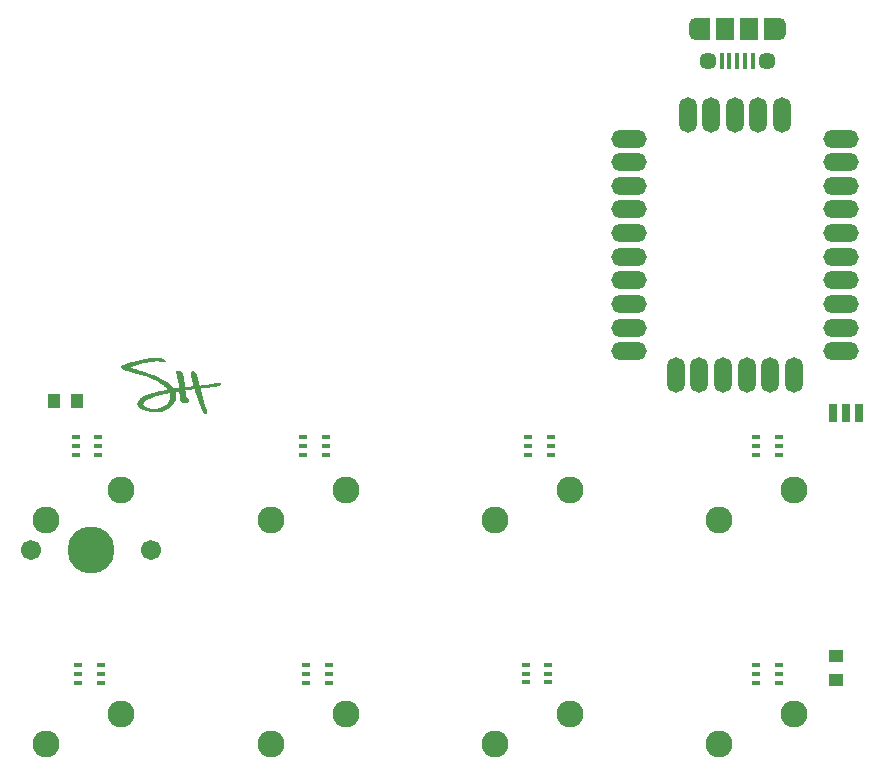
<source format=gbr>
G04 #@! TF.FileFunction,Soldermask,Top*
%FSLAX46Y46*%
G04 Gerber Fmt 4.6, Leading zero omitted, Abs format (unit mm)*
G04 Created by KiCad (PCBNEW 4.0.7) date 07/26/18 12:10:45*
%MOMM*%
%LPD*%
G01*
G04 APERTURE LIST*
%ADD10C,0.100000*%
%ADD11C,0.010000*%
%ADD12R,1.500000X1.900000*%
%ADD13C,1.450000*%
%ADD14R,0.400000X1.350000*%
%ADD15O,1.200000X1.900000*%
%ADD16R,1.200000X1.900000*%
%ADD17C,2.286000*%
%ADD18C,3.987800*%
%ADD19C,1.701800*%
%ADD20R,0.700000X0.350000*%
%ADD21O,3.000000X1.500000*%
%ADD22O,1.500000X3.000000*%
%ADD23R,1.000000X1.250000*%
%ADD24R,1.250000X1.000000*%
%ADD25R,0.750000X1.500000*%
G04 APERTURE END LIST*
D10*
D11*
G36*
X177601781Y-132081526D02*
X177654434Y-132110793D01*
X177695432Y-132134469D01*
X177727237Y-132154221D01*
X177752312Y-132171719D01*
X177773120Y-132188630D01*
X177792123Y-132206624D01*
X177802887Y-132217787D01*
X177818248Y-132236174D01*
X177834604Y-132258913D01*
X177849554Y-132282174D01*
X177860701Y-132302130D01*
X177865643Y-132314952D01*
X177865260Y-132317322D01*
X177857215Y-132316370D01*
X177837209Y-132312152D01*
X177808638Y-132305416D01*
X177787627Y-132300182D01*
X177694252Y-132279474D01*
X177589734Y-132261641D01*
X177478661Y-132247399D01*
X177402333Y-132240178D01*
X177342176Y-132236695D01*
X177269871Y-132234745D01*
X177189064Y-132234258D01*
X177103400Y-132235160D01*
X177016524Y-132237381D01*
X176932082Y-132240848D01*
X176853720Y-132245490D01*
X176785082Y-132251236D01*
X176772312Y-132252569D01*
X176521744Y-132285933D01*
X176262662Y-132332462D01*
X175995335Y-132392095D01*
X175720030Y-132464771D01*
X175437014Y-132550429D01*
X175385691Y-132567084D01*
X175318196Y-132589512D01*
X175248564Y-132613205D01*
X175178403Y-132637567D01*
X175109323Y-132662004D01*
X175042935Y-132685921D01*
X174980846Y-132708721D01*
X174924668Y-132729810D01*
X174876009Y-132748593D01*
X174836479Y-132764474D01*
X174807688Y-132776859D01*
X174791245Y-132785152D01*
X174787937Y-132788127D01*
X174790755Y-132790310D01*
X174799698Y-132794303D01*
X174815501Y-132800348D01*
X174838896Y-132808685D01*
X174870619Y-132819557D01*
X174911404Y-132833205D01*
X174961984Y-132849870D01*
X175023094Y-132869794D01*
X175095467Y-132893218D01*
X175179838Y-132920383D01*
X175276940Y-132951532D01*
X175387509Y-132986905D01*
X175512277Y-133026743D01*
X175549937Y-133038757D01*
X175705342Y-133088465D01*
X175846842Y-133134047D01*
X175975735Y-133175948D01*
X176093318Y-133214618D01*
X176200887Y-133250503D01*
X176299741Y-133284050D01*
X176391177Y-133315707D01*
X176476490Y-133345922D01*
X176556980Y-133375142D01*
X176633942Y-133403814D01*
X176708674Y-133432386D01*
X176782474Y-133461305D01*
X176829978Y-133480267D01*
X177052854Y-133573607D01*
X177260730Y-133668599D01*
X177454440Y-133765766D01*
X177634819Y-133865632D01*
X177802701Y-133968719D01*
X177958921Y-134075551D01*
X178104314Y-134186651D01*
X178239715Y-134302543D01*
X178365957Y-134423749D01*
X178413023Y-134472716D01*
X178442834Y-134504822D01*
X178471262Y-134536116D01*
X178495149Y-134563082D01*
X178511338Y-134582203D01*
X178511720Y-134582679D01*
X178538406Y-134616014D01*
X178601906Y-134611951D01*
X178634058Y-134608287D01*
X178676267Y-134601198D01*
X178723339Y-134591661D01*
X178770078Y-134580656D01*
X178775694Y-134579211D01*
X178835647Y-134564753D01*
X178893071Y-134553014D01*
X178945306Y-134544387D01*
X178989692Y-134539268D01*
X179023569Y-134538050D01*
X179040682Y-134539983D01*
X179059953Y-134544820D01*
X179054833Y-134466363D01*
X179046619Y-134359435D01*
X179035994Y-134256586D01*
X179022417Y-134154284D01*
X179005344Y-134048994D01*
X178984235Y-133937184D01*
X178958548Y-133815318D01*
X178947279Y-133764775D01*
X178923692Y-133659941D01*
X178903482Y-133569172D01*
X178886355Y-133491089D01*
X178872016Y-133424311D01*
X178860172Y-133367459D01*
X178850529Y-133319153D01*
X178842792Y-133278014D01*
X178839287Y-133258199D01*
X178832627Y-133219789D01*
X178829836Y-133193839D01*
X178833024Y-133177031D01*
X178844304Y-133166046D01*
X178865787Y-133157566D01*
X178899586Y-133148275D01*
X178911235Y-133145159D01*
X178986263Y-133131390D01*
X179056230Y-133131656D01*
X179120200Y-133145791D01*
X179177234Y-133173628D01*
X179209458Y-133198371D01*
X179243009Y-133232775D01*
X179273432Y-133273339D01*
X179300979Y-133321008D01*
X179325900Y-133376729D01*
X179348446Y-133441448D01*
X179368868Y-133516111D01*
X179387418Y-133601664D01*
X179404345Y-133699054D01*
X179419901Y-133809225D01*
X179434337Y-133933124D01*
X179447904Y-134071698D01*
X179451307Y-134110093D01*
X179456859Y-134173048D01*
X179462350Y-134233611D01*
X179467535Y-134289203D01*
X179472168Y-134337246D01*
X179476004Y-134375162D01*
X179478799Y-134400374D01*
X179479226Y-134403781D01*
X179482903Y-134433875D01*
X179485586Y-134459246D01*
X179486692Y-134474332D01*
X179487571Y-134479801D01*
X179491490Y-134483626D01*
X179500681Y-134485982D01*
X179517374Y-134487042D01*
X179543804Y-134486980D01*
X179582202Y-134485969D01*
X179619890Y-134484705D01*
X179747231Y-134476278D01*
X179872233Y-134460409D01*
X179879843Y-134459173D01*
X179965479Y-134446972D01*
X180050533Y-134439055D01*
X180142836Y-134434706D01*
X180149718Y-134434518D01*
X180292593Y-134430780D01*
X180291995Y-134361718D01*
X180291228Y-134336228D01*
X180289092Y-134310423D01*
X180285159Y-134282543D01*
X180279001Y-134250825D01*
X180270192Y-134213509D01*
X180258303Y-134168835D01*
X180242907Y-134115042D01*
X180223577Y-134050368D01*
X180199885Y-133973053D01*
X180189477Y-133939437D01*
X180154890Y-133825415D01*
X180126148Y-133725034D01*
X180102995Y-133637281D01*
X180085172Y-133561141D01*
X180072422Y-133495602D01*
X180066415Y-133455787D01*
X180060675Y-133378287D01*
X180065032Y-133312633D01*
X180079435Y-133258946D01*
X180103837Y-133217346D01*
X180138187Y-133187953D01*
X180182436Y-133170888D01*
X180183496Y-133170657D01*
X180231552Y-133166721D01*
X180277216Y-133176377D01*
X180320975Y-133200029D01*
X180363314Y-133238080D01*
X180404718Y-133290937D01*
X180445674Y-133359002D01*
X180471836Y-133410650D01*
X180502550Y-133480357D01*
X180532201Y-133558979D01*
X180561151Y-133647751D01*
X180589762Y-133747910D01*
X180618396Y-133860693D01*
X180647416Y-133987335D01*
X180665337Y-134071321D01*
X180676742Y-134126001D01*
X180687899Y-134179319D01*
X180698110Y-134227965D01*
X180706681Y-134268626D01*
X180712916Y-134297991D01*
X180714159Y-134303787D01*
X180726808Y-134362542D01*
X180867962Y-134357243D01*
X180948458Y-134353433D01*
X181028046Y-134347945D01*
X181108566Y-134340512D01*
X181191860Y-134330861D01*
X181279767Y-134318725D01*
X181374129Y-134303832D01*
X181476785Y-134285913D01*
X181589578Y-134264699D01*
X181714346Y-134239918D01*
X181828500Y-134216411D01*
X181961014Y-134189216D01*
X182079451Y-134165855D01*
X182183584Y-134146368D01*
X182273183Y-134130794D01*
X182348019Y-134119176D01*
X182407863Y-134111552D01*
X182434526Y-134109060D01*
X182501012Y-134103950D01*
X182506089Y-134131010D01*
X182506283Y-134164086D01*
X182496917Y-134208229D01*
X182478312Y-134262082D01*
X182470627Y-134280750D01*
X182460484Y-134304392D01*
X182453081Y-134321326D01*
X182450385Y-134327157D01*
X182441954Y-134329360D01*
X182419058Y-134333296D01*
X182382995Y-134338800D01*
X182335062Y-134345705D01*
X182276554Y-134353845D01*
X182208769Y-134363054D01*
X182133003Y-134373166D01*
X182050553Y-134384013D01*
X181962716Y-134395429D01*
X181870788Y-134407249D01*
X181776066Y-134419305D01*
X181679846Y-134431432D01*
X181583426Y-134443463D01*
X181488102Y-134455232D01*
X181395171Y-134466571D01*
X181305929Y-134477316D01*
X181221674Y-134487300D01*
X181143701Y-134496355D01*
X181073307Y-134504317D01*
X181046750Y-134507247D01*
X180984130Y-134514154D01*
X180926744Y-134520597D01*
X180876445Y-134526359D01*
X180835091Y-134531222D01*
X180804536Y-134534969D01*
X180786635Y-134537383D01*
X180782635Y-134538156D01*
X180784309Y-134546025D01*
X180790327Y-134566567D01*
X180799949Y-134597416D01*
X180812438Y-134636206D01*
X180827054Y-134680571D01*
X180827679Y-134682448D01*
X180847259Y-134742689D01*
X180866060Y-134803807D01*
X180884571Y-134867691D01*
X180903285Y-134936229D01*
X180922691Y-135011308D01*
X180943281Y-135094817D01*
X180965544Y-135188644D01*
X180989973Y-135294678D01*
X181011050Y-135387982D01*
X181031698Y-135479792D01*
X181049464Y-135558156D01*
X181064851Y-135625137D01*
X181078364Y-135682800D01*
X181090507Y-135733208D01*
X181101786Y-135778424D01*
X181112703Y-135820511D01*
X181123765Y-135861534D01*
X181135476Y-135903555D01*
X181146906Y-135943656D01*
X181166699Y-136010288D01*
X181184707Y-136065184D01*
X181202450Y-136112136D01*
X181221442Y-136154935D01*
X181243200Y-136197375D01*
X181261181Y-136229406D01*
X181295182Y-136289616D01*
X181321405Y-136339218D01*
X181341029Y-136380710D01*
X181355236Y-136416589D01*
X181365205Y-136449352D01*
X181365308Y-136449750D01*
X181372700Y-136492826D01*
X181373841Y-136536256D01*
X181369303Y-136576751D01*
X181359663Y-136611025D01*
X181345492Y-136635791D01*
X181330915Y-136646691D01*
X181299034Y-136652817D01*
X181258732Y-136651740D01*
X181215601Y-136643714D01*
X181206320Y-136641051D01*
X181169959Y-136623260D01*
X181132408Y-136593248D01*
X181096798Y-136554070D01*
X181066258Y-136508783D01*
X181060996Y-136499188D01*
X181048177Y-136472949D01*
X181031803Y-136436643D01*
X181013967Y-136395038D01*
X180996763Y-136352905D01*
X180996540Y-136352344D01*
X180979386Y-136309617D01*
X180958170Y-136257599D01*
X180935073Y-136201596D01*
X180912278Y-136146914D01*
X180901595Y-136121534D01*
X180861368Y-136023662D01*
X180817380Y-135911500D01*
X180769544Y-135784819D01*
X180717777Y-135643394D01*
X180661994Y-135486997D01*
X180629466Y-135394217D01*
X180585775Y-135268977D01*
X180546939Y-135157832D01*
X180512633Y-135059867D01*
X180482538Y-134974170D01*
X180456330Y-134899827D01*
X180433687Y-134835925D01*
X180414287Y-134781550D01*
X180397808Y-134735789D01*
X180383927Y-134697730D01*
X180380907Y-134689531D01*
X180345737Y-134594281D01*
X180307259Y-134595618D01*
X180288284Y-134596934D01*
X180255728Y-134599921D01*
X180211771Y-134604334D01*
X180158589Y-134609924D01*
X180098362Y-134616445D01*
X180033267Y-134623650D01*
X179965484Y-134631293D01*
X179897189Y-134639127D01*
X179830562Y-134646904D01*
X179767781Y-134654378D01*
X179711023Y-134661302D01*
X179662468Y-134667429D01*
X179624293Y-134672513D01*
X179607984Y-134674854D01*
X179518687Y-134688223D01*
X179518687Y-134733342D01*
X179520066Y-134756121D01*
X179523886Y-134790904D01*
X179529672Y-134834092D01*
X179536951Y-134882086D01*
X179543356Y-134920528D01*
X179555153Y-134993899D01*
X179563133Y-135057684D01*
X179567885Y-135117545D01*
X179569952Y-135176218D01*
X179571120Y-135223827D01*
X179572927Y-135257923D01*
X179575638Y-135280867D01*
X179579515Y-135295015D01*
X179583982Y-135301946D01*
X179594843Y-135310737D01*
X179616070Y-135326295D01*
X179644817Y-135346587D01*
X179678239Y-135369580D01*
X179686042Y-135374870D01*
X179733967Y-135408983D01*
X179769599Y-135438992D01*
X179795038Y-135467497D01*
X179812382Y-135497094D01*
X179823730Y-135530383D01*
X179828093Y-135550750D01*
X179832772Y-135608621D01*
X179824130Y-135657885D01*
X179802171Y-135698523D01*
X179792502Y-135709529D01*
X179761272Y-135737242D01*
X179728235Y-135756655D01*
X179689897Y-135768929D01*
X179642767Y-135775223D01*
X179590125Y-135776734D01*
X179542818Y-135775622D01*
X179499485Y-135772066D01*
X179456331Y-135765343D01*
X179409563Y-135754735D01*
X179355389Y-135739519D01*
X179295540Y-135720766D01*
X179210303Y-135693210D01*
X179198325Y-135639839D01*
X179181141Y-135557270D01*
X179163872Y-135463085D01*
X179147212Y-135361523D01*
X179131856Y-135256824D01*
X179118497Y-135153227D01*
X179118102Y-135149906D01*
X179114188Y-135115360D01*
X179109622Y-135072570D01*
X179104679Y-135024375D01*
X179099630Y-134973613D01*
X179094748Y-134923123D01*
X179090305Y-134875744D01*
X179086576Y-134834316D01*
X179083831Y-134801676D01*
X179082344Y-134780664D01*
X179082157Y-134775644D01*
X179076469Y-134772077D01*
X179058601Y-134773018D01*
X179027286Y-134778576D01*
X179013384Y-134781530D01*
X178989560Y-134787064D01*
X178956320Y-134795234D01*
X178916338Y-134805336D01*
X178872290Y-134816665D01*
X178826850Y-134828518D01*
X178782696Y-134840192D01*
X178742500Y-134850982D01*
X178708940Y-134860184D01*
X178684689Y-134867096D01*
X178672424Y-134871012D01*
X178671510Y-134871468D01*
X178673497Y-134878992D01*
X178680400Y-134897523D01*
X178690865Y-134923485D01*
X178694259Y-134931621D01*
X178725965Y-135027114D01*
X178744042Y-135129208D01*
X178748485Y-135236350D01*
X178739287Y-135346991D01*
X178716444Y-135459581D01*
X178696407Y-135526767D01*
X178645640Y-135654675D01*
X178580874Y-135778186D01*
X178503552Y-135895404D01*
X178415119Y-136004434D01*
X178317020Y-136103381D01*
X178210699Y-136190350D01*
X178167629Y-136220405D01*
X178028256Y-136303618D01*
X177880127Y-136373645D01*
X177723355Y-136430467D01*
X177558052Y-136474063D01*
X177384329Y-136504415D01*
X177202300Y-136521503D01*
X177012077Y-136525309D01*
X176813771Y-136515812D01*
X176607496Y-136492993D01*
X176593718Y-136491035D01*
X176421689Y-136462165D01*
X176264323Y-136427234D01*
X176121608Y-136386239D01*
X175993535Y-136339176D01*
X175924574Y-136308437D01*
X175847257Y-136269437D01*
X175782124Y-136231978D01*
X175725908Y-136193947D01*
X175675345Y-136153229D01*
X175651973Y-136131968D01*
X175606157Y-136084586D01*
X175572826Y-136039788D01*
X175549765Y-135994174D01*
X175537689Y-135956659D01*
X175533356Y-135937921D01*
X175964114Y-135937921D01*
X175971085Y-135974101D01*
X175986875Y-136006992D01*
X176013269Y-136040585D01*
X176042829Y-136070277D01*
X176094675Y-136111554D01*
X176160419Y-136151469D01*
X176238096Y-136189359D01*
X176325745Y-136224560D01*
X176421401Y-136256411D01*
X176523103Y-136284249D01*
X176628888Y-136307410D01*
X176736792Y-136325232D01*
X176828956Y-136335710D01*
X176888485Y-136340426D01*
X176937848Y-136342767D01*
X176982578Y-136342743D01*
X177028203Y-136340365D01*
X177075080Y-136336172D01*
X177208172Y-136316317D01*
X177339600Y-136284392D01*
X177468099Y-136241285D01*
X177592406Y-136187884D01*
X177711255Y-136125077D01*
X177823382Y-136053752D01*
X177927522Y-135974796D01*
X178022412Y-135889097D01*
X178106785Y-135797543D01*
X178179378Y-135701021D01*
X178238927Y-135600420D01*
X178284166Y-135496628D01*
X178288460Y-135484332D01*
X178308660Y-135417745D01*
X178321416Y-135356148D01*
X178327892Y-135292372D01*
X178329329Y-135232359D01*
X178321321Y-135126091D01*
X178297668Y-135022459D01*
X178272454Y-134953000D01*
X178257719Y-134918134D01*
X178247284Y-134895732D01*
X178239207Y-134883663D01*
X178231548Y-134879795D01*
X178222368Y-134881994D01*
X178212271Y-134886865D01*
X178194124Y-134893884D01*
X178165525Y-134902714D01*
X178131543Y-134911834D01*
X178117718Y-134915191D01*
X177968290Y-134950357D01*
X177833226Y-134982303D01*
X177711417Y-135011348D01*
X177601750Y-135037811D01*
X177503115Y-135062011D01*
X177414402Y-135084267D01*
X177334498Y-135104896D01*
X177262294Y-135124219D01*
X177196679Y-135142554D01*
X177136541Y-135160219D01*
X177080770Y-135177534D01*
X177028255Y-135194816D01*
X176977885Y-135212386D01*
X176928549Y-135230562D01*
X176879135Y-135249663D01*
X176828535Y-135270006D01*
X176775635Y-135291912D01*
X176719326Y-135315699D01*
X176713675Y-135318104D01*
X176579852Y-135376976D01*
X176461023Y-135433306D01*
X176356572Y-135487447D01*
X176265883Y-135539754D01*
X176188341Y-135590580D01*
X176123332Y-135640278D01*
X176073812Y-135685560D01*
X176028262Y-135736286D01*
X175995973Y-135783901D01*
X175975476Y-135831205D01*
X175965299Y-135881001D01*
X175964177Y-135894463D01*
X175964114Y-135937921D01*
X175533356Y-135937921D01*
X175531349Y-135929244D01*
X175528898Y-135907394D01*
X175530311Y-135884610D01*
X175535567Y-135854395D01*
X175537299Y-135845798D01*
X175555651Y-135782298D01*
X175585229Y-135713038D01*
X175624213Y-135641307D01*
X175670786Y-135570394D01*
X175723129Y-135503587D01*
X175732451Y-135492896D01*
X175783873Y-135442085D01*
X175849127Y-135389478D01*
X175926438Y-135336173D01*
X176014030Y-135283267D01*
X176110125Y-135231858D01*
X176212948Y-135183043D01*
X176281582Y-135153621D01*
X176349074Y-135126793D01*
X176418758Y-135101011D01*
X176491840Y-135075959D01*
X176569521Y-135051321D01*
X176653008Y-135026781D01*
X176743503Y-135002022D01*
X176842211Y-134976726D01*
X176950336Y-134950579D01*
X177069083Y-134923263D01*
X177199654Y-134894462D01*
X177343255Y-134863859D01*
X177501090Y-134831138D01*
X177534312Y-134824344D01*
X177642775Y-134802036D01*
X177743765Y-134780919D01*
X177835983Y-134761277D01*
X177918133Y-134743392D01*
X177988916Y-134727549D01*
X178047035Y-134714030D01*
X178091192Y-134703119D01*
X178100209Y-134700750D01*
X178130325Y-134692699D01*
X178104240Y-134659365D01*
X178081503Y-134632426D01*
X178049308Y-134597196D01*
X178009997Y-134556002D01*
X177965909Y-134511175D01*
X177919386Y-134465043D01*
X177872769Y-134419937D01*
X177828397Y-134378184D01*
X177788613Y-134342116D01*
X177764500Y-134321289D01*
X177579732Y-134176124D01*
X177381772Y-134039567D01*
X177170842Y-133911737D01*
X176947165Y-133792754D01*
X176710962Y-133682739D01*
X176462458Y-133581809D01*
X176244468Y-133504171D01*
X176180612Y-133483075D01*
X176119783Y-133463628D01*
X176059728Y-133445202D01*
X175998192Y-133427169D01*
X175932921Y-133408903D01*
X175861661Y-133389773D01*
X175782158Y-133369154D01*
X175692158Y-133346416D01*
X175589406Y-133320932D01*
X175565812Y-133315127D01*
X175456804Y-133288177D01*
X175360975Y-133264095D01*
X175276017Y-133242244D01*
X175199627Y-133221988D01*
X175129498Y-133202690D01*
X175063325Y-133183715D01*
X174998803Y-133164425D01*
X174933625Y-133144184D01*
X174865487Y-133122357D01*
X174854466Y-133118775D01*
X174800028Y-133101244D01*
X174744071Y-133083553D01*
X174690762Y-133066997D01*
X174644270Y-133052871D01*
X174609343Y-133042634D01*
X174512105Y-133013898D01*
X174429483Y-132986808D01*
X174360382Y-132960739D01*
X174303708Y-132935063D01*
X174258365Y-132909155D01*
X174223259Y-132882389D01*
X174197294Y-132854138D01*
X174179375Y-132823776D01*
X174168408Y-132790678D01*
X174168366Y-132790490D01*
X174165293Y-132750166D01*
X174176442Y-132715592D01*
X174196475Y-132689928D01*
X174226204Y-132666204D01*
X174269927Y-132639915D01*
X174326097Y-132611736D01*
X174393167Y-132582343D01*
X174469591Y-132552410D01*
X174553821Y-132522615D01*
X174644312Y-132493631D01*
X174649834Y-132491955D01*
X174707619Y-132474922D01*
X174778626Y-132454741D01*
X174860645Y-132431987D01*
X174951465Y-132407237D01*
X175048877Y-132381069D01*
X175150671Y-132354060D01*
X175254637Y-132326785D01*
X175358565Y-132299823D01*
X175460245Y-132273751D01*
X175557468Y-132249144D01*
X175648022Y-132226580D01*
X175729699Y-132206637D01*
X175800289Y-132189890D01*
X175851562Y-132178237D01*
X176072209Y-132132443D01*
X176282665Y-132094832D01*
X176486117Y-132065033D01*
X176685748Y-132042679D01*
X176884745Y-132027401D01*
X177086292Y-132018831D01*
X177248562Y-132016562D01*
X177482718Y-132016034D01*
X177601781Y-132081526D01*
X177601781Y-132081526D01*
G37*
X177601781Y-132081526D02*
X177654434Y-132110793D01*
X177695432Y-132134469D01*
X177727237Y-132154221D01*
X177752312Y-132171719D01*
X177773120Y-132188630D01*
X177792123Y-132206624D01*
X177802887Y-132217787D01*
X177818248Y-132236174D01*
X177834604Y-132258913D01*
X177849554Y-132282174D01*
X177860701Y-132302130D01*
X177865643Y-132314952D01*
X177865260Y-132317322D01*
X177857215Y-132316370D01*
X177837209Y-132312152D01*
X177808638Y-132305416D01*
X177787627Y-132300182D01*
X177694252Y-132279474D01*
X177589734Y-132261641D01*
X177478661Y-132247399D01*
X177402333Y-132240178D01*
X177342176Y-132236695D01*
X177269871Y-132234745D01*
X177189064Y-132234258D01*
X177103400Y-132235160D01*
X177016524Y-132237381D01*
X176932082Y-132240848D01*
X176853720Y-132245490D01*
X176785082Y-132251236D01*
X176772312Y-132252569D01*
X176521744Y-132285933D01*
X176262662Y-132332462D01*
X175995335Y-132392095D01*
X175720030Y-132464771D01*
X175437014Y-132550429D01*
X175385691Y-132567084D01*
X175318196Y-132589512D01*
X175248564Y-132613205D01*
X175178403Y-132637567D01*
X175109323Y-132662004D01*
X175042935Y-132685921D01*
X174980846Y-132708721D01*
X174924668Y-132729810D01*
X174876009Y-132748593D01*
X174836479Y-132764474D01*
X174807688Y-132776859D01*
X174791245Y-132785152D01*
X174787937Y-132788127D01*
X174790755Y-132790310D01*
X174799698Y-132794303D01*
X174815501Y-132800348D01*
X174838896Y-132808685D01*
X174870619Y-132819557D01*
X174911404Y-132833205D01*
X174961984Y-132849870D01*
X175023094Y-132869794D01*
X175095467Y-132893218D01*
X175179838Y-132920383D01*
X175276940Y-132951532D01*
X175387509Y-132986905D01*
X175512277Y-133026743D01*
X175549937Y-133038757D01*
X175705342Y-133088465D01*
X175846842Y-133134047D01*
X175975735Y-133175948D01*
X176093318Y-133214618D01*
X176200887Y-133250503D01*
X176299741Y-133284050D01*
X176391177Y-133315707D01*
X176476490Y-133345922D01*
X176556980Y-133375142D01*
X176633942Y-133403814D01*
X176708674Y-133432386D01*
X176782474Y-133461305D01*
X176829978Y-133480267D01*
X177052854Y-133573607D01*
X177260730Y-133668599D01*
X177454440Y-133765766D01*
X177634819Y-133865632D01*
X177802701Y-133968719D01*
X177958921Y-134075551D01*
X178104314Y-134186651D01*
X178239715Y-134302543D01*
X178365957Y-134423749D01*
X178413023Y-134472716D01*
X178442834Y-134504822D01*
X178471262Y-134536116D01*
X178495149Y-134563082D01*
X178511338Y-134582203D01*
X178511720Y-134582679D01*
X178538406Y-134616014D01*
X178601906Y-134611951D01*
X178634058Y-134608287D01*
X178676267Y-134601198D01*
X178723339Y-134591661D01*
X178770078Y-134580656D01*
X178775694Y-134579211D01*
X178835647Y-134564753D01*
X178893071Y-134553014D01*
X178945306Y-134544387D01*
X178989692Y-134539268D01*
X179023569Y-134538050D01*
X179040682Y-134539983D01*
X179059953Y-134544820D01*
X179054833Y-134466363D01*
X179046619Y-134359435D01*
X179035994Y-134256586D01*
X179022417Y-134154284D01*
X179005344Y-134048994D01*
X178984235Y-133937184D01*
X178958548Y-133815318D01*
X178947279Y-133764775D01*
X178923692Y-133659941D01*
X178903482Y-133569172D01*
X178886355Y-133491089D01*
X178872016Y-133424311D01*
X178860172Y-133367459D01*
X178850529Y-133319153D01*
X178842792Y-133278014D01*
X178839287Y-133258199D01*
X178832627Y-133219789D01*
X178829836Y-133193839D01*
X178833024Y-133177031D01*
X178844304Y-133166046D01*
X178865787Y-133157566D01*
X178899586Y-133148275D01*
X178911235Y-133145159D01*
X178986263Y-133131390D01*
X179056230Y-133131656D01*
X179120200Y-133145791D01*
X179177234Y-133173628D01*
X179209458Y-133198371D01*
X179243009Y-133232775D01*
X179273432Y-133273339D01*
X179300979Y-133321008D01*
X179325900Y-133376729D01*
X179348446Y-133441448D01*
X179368868Y-133516111D01*
X179387418Y-133601664D01*
X179404345Y-133699054D01*
X179419901Y-133809225D01*
X179434337Y-133933124D01*
X179447904Y-134071698D01*
X179451307Y-134110093D01*
X179456859Y-134173048D01*
X179462350Y-134233611D01*
X179467535Y-134289203D01*
X179472168Y-134337246D01*
X179476004Y-134375162D01*
X179478799Y-134400374D01*
X179479226Y-134403781D01*
X179482903Y-134433875D01*
X179485586Y-134459246D01*
X179486692Y-134474332D01*
X179487571Y-134479801D01*
X179491490Y-134483626D01*
X179500681Y-134485982D01*
X179517374Y-134487042D01*
X179543804Y-134486980D01*
X179582202Y-134485969D01*
X179619890Y-134484705D01*
X179747231Y-134476278D01*
X179872233Y-134460409D01*
X179879843Y-134459173D01*
X179965479Y-134446972D01*
X180050533Y-134439055D01*
X180142836Y-134434706D01*
X180149718Y-134434518D01*
X180292593Y-134430780D01*
X180291995Y-134361718D01*
X180291228Y-134336228D01*
X180289092Y-134310423D01*
X180285159Y-134282543D01*
X180279001Y-134250825D01*
X180270192Y-134213509D01*
X180258303Y-134168835D01*
X180242907Y-134115042D01*
X180223577Y-134050368D01*
X180199885Y-133973053D01*
X180189477Y-133939437D01*
X180154890Y-133825415D01*
X180126148Y-133725034D01*
X180102995Y-133637281D01*
X180085172Y-133561141D01*
X180072422Y-133495602D01*
X180066415Y-133455787D01*
X180060675Y-133378287D01*
X180065032Y-133312633D01*
X180079435Y-133258946D01*
X180103837Y-133217346D01*
X180138187Y-133187953D01*
X180182436Y-133170888D01*
X180183496Y-133170657D01*
X180231552Y-133166721D01*
X180277216Y-133176377D01*
X180320975Y-133200029D01*
X180363314Y-133238080D01*
X180404718Y-133290937D01*
X180445674Y-133359002D01*
X180471836Y-133410650D01*
X180502550Y-133480357D01*
X180532201Y-133558979D01*
X180561151Y-133647751D01*
X180589762Y-133747910D01*
X180618396Y-133860693D01*
X180647416Y-133987335D01*
X180665337Y-134071321D01*
X180676742Y-134126001D01*
X180687899Y-134179319D01*
X180698110Y-134227965D01*
X180706681Y-134268626D01*
X180712916Y-134297991D01*
X180714159Y-134303787D01*
X180726808Y-134362542D01*
X180867962Y-134357243D01*
X180948458Y-134353433D01*
X181028046Y-134347945D01*
X181108566Y-134340512D01*
X181191860Y-134330861D01*
X181279767Y-134318725D01*
X181374129Y-134303832D01*
X181476785Y-134285913D01*
X181589578Y-134264699D01*
X181714346Y-134239918D01*
X181828500Y-134216411D01*
X181961014Y-134189216D01*
X182079451Y-134165855D01*
X182183584Y-134146368D01*
X182273183Y-134130794D01*
X182348019Y-134119176D01*
X182407863Y-134111552D01*
X182434526Y-134109060D01*
X182501012Y-134103950D01*
X182506089Y-134131010D01*
X182506283Y-134164086D01*
X182496917Y-134208229D01*
X182478312Y-134262082D01*
X182470627Y-134280750D01*
X182460484Y-134304392D01*
X182453081Y-134321326D01*
X182450385Y-134327157D01*
X182441954Y-134329360D01*
X182419058Y-134333296D01*
X182382995Y-134338800D01*
X182335062Y-134345705D01*
X182276554Y-134353845D01*
X182208769Y-134363054D01*
X182133003Y-134373166D01*
X182050553Y-134384013D01*
X181962716Y-134395429D01*
X181870788Y-134407249D01*
X181776066Y-134419305D01*
X181679846Y-134431432D01*
X181583426Y-134443463D01*
X181488102Y-134455232D01*
X181395171Y-134466571D01*
X181305929Y-134477316D01*
X181221674Y-134487300D01*
X181143701Y-134496355D01*
X181073307Y-134504317D01*
X181046750Y-134507247D01*
X180984130Y-134514154D01*
X180926744Y-134520597D01*
X180876445Y-134526359D01*
X180835091Y-134531222D01*
X180804536Y-134534969D01*
X180786635Y-134537383D01*
X180782635Y-134538156D01*
X180784309Y-134546025D01*
X180790327Y-134566567D01*
X180799949Y-134597416D01*
X180812438Y-134636206D01*
X180827054Y-134680571D01*
X180827679Y-134682448D01*
X180847259Y-134742689D01*
X180866060Y-134803807D01*
X180884571Y-134867691D01*
X180903285Y-134936229D01*
X180922691Y-135011308D01*
X180943281Y-135094817D01*
X180965544Y-135188644D01*
X180989973Y-135294678D01*
X181011050Y-135387982D01*
X181031698Y-135479792D01*
X181049464Y-135558156D01*
X181064851Y-135625137D01*
X181078364Y-135682800D01*
X181090507Y-135733208D01*
X181101786Y-135778424D01*
X181112703Y-135820511D01*
X181123765Y-135861534D01*
X181135476Y-135903555D01*
X181146906Y-135943656D01*
X181166699Y-136010288D01*
X181184707Y-136065184D01*
X181202450Y-136112136D01*
X181221442Y-136154935D01*
X181243200Y-136197375D01*
X181261181Y-136229406D01*
X181295182Y-136289616D01*
X181321405Y-136339218D01*
X181341029Y-136380710D01*
X181355236Y-136416589D01*
X181365205Y-136449352D01*
X181365308Y-136449750D01*
X181372700Y-136492826D01*
X181373841Y-136536256D01*
X181369303Y-136576751D01*
X181359663Y-136611025D01*
X181345492Y-136635791D01*
X181330915Y-136646691D01*
X181299034Y-136652817D01*
X181258732Y-136651740D01*
X181215601Y-136643714D01*
X181206320Y-136641051D01*
X181169959Y-136623260D01*
X181132408Y-136593248D01*
X181096798Y-136554070D01*
X181066258Y-136508783D01*
X181060996Y-136499188D01*
X181048177Y-136472949D01*
X181031803Y-136436643D01*
X181013967Y-136395038D01*
X180996763Y-136352905D01*
X180996540Y-136352344D01*
X180979386Y-136309617D01*
X180958170Y-136257599D01*
X180935073Y-136201596D01*
X180912278Y-136146914D01*
X180901595Y-136121534D01*
X180861368Y-136023662D01*
X180817380Y-135911500D01*
X180769544Y-135784819D01*
X180717777Y-135643394D01*
X180661994Y-135486997D01*
X180629466Y-135394217D01*
X180585775Y-135268977D01*
X180546939Y-135157832D01*
X180512633Y-135059867D01*
X180482538Y-134974170D01*
X180456330Y-134899827D01*
X180433687Y-134835925D01*
X180414287Y-134781550D01*
X180397808Y-134735789D01*
X180383927Y-134697730D01*
X180380907Y-134689531D01*
X180345737Y-134594281D01*
X180307259Y-134595618D01*
X180288284Y-134596934D01*
X180255728Y-134599921D01*
X180211771Y-134604334D01*
X180158589Y-134609924D01*
X180098362Y-134616445D01*
X180033267Y-134623650D01*
X179965484Y-134631293D01*
X179897189Y-134639127D01*
X179830562Y-134646904D01*
X179767781Y-134654378D01*
X179711023Y-134661302D01*
X179662468Y-134667429D01*
X179624293Y-134672513D01*
X179607984Y-134674854D01*
X179518687Y-134688223D01*
X179518687Y-134733342D01*
X179520066Y-134756121D01*
X179523886Y-134790904D01*
X179529672Y-134834092D01*
X179536951Y-134882086D01*
X179543356Y-134920528D01*
X179555153Y-134993899D01*
X179563133Y-135057684D01*
X179567885Y-135117545D01*
X179569952Y-135176218D01*
X179571120Y-135223827D01*
X179572927Y-135257923D01*
X179575638Y-135280867D01*
X179579515Y-135295015D01*
X179583982Y-135301946D01*
X179594843Y-135310737D01*
X179616070Y-135326295D01*
X179644817Y-135346587D01*
X179678239Y-135369580D01*
X179686042Y-135374870D01*
X179733967Y-135408983D01*
X179769599Y-135438992D01*
X179795038Y-135467497D01*
X179812382Y-135497094D01*
X179823730Y-135530383D01*
X179828093Y-135550750D01*
X179832772Y-135608621D01*
X179824130Y-135657885D01*
X179802171Y-135698523D01*
X179792502Y-135709529D01*
X179761272Y-135737242D01*
X179728235Y-135756655D01*
X179689897Y-135768929D01*
X179642767Y-135775223D01*
X179590125Y-135776734D01*
X179542818Y-135775622D01*
X179499485Y-135772066D01*
X179456331Y-135765343D01*
X179409563Y-135754735D01*
X179355389Y-135739519D01*
X179295540Y-135720766D01*
X179210303Y-135693210D01*
X179198325Y-135639839D01*
X179181141Y-135557270D01*
X179163872Y-135463085D01*
X179147212Y-135361523D01*
X179131856Y-135256824D01*
X179118497Y-135153227D01*
X179118102Y-135149906D01*
X179114188Y-135115360D01*
X179109622Y-135072570D01*
X179104679Y-135024375D01*
X179099630Y-134973613D01*
X179094748Y-134923123D01*
X179090305Y-134875744D01*
X179086576Y-134834316D01*
X179083831Y-134801676D01*
X179082344Y-134780664D01*
X179082157Y-134775644D01*
X179076469Y-134772077D01*
X179058601Y-134773018D01*
X179027286Y-134778576D01*
X179013384Y-134781530D01*
X178989560Y-134787064D01*
X178956320Y-134795234D01*
X178916338Y-134805336D01*
X178872290Y-134816665D01*
X178826850Y-134828518D01*
X178782696Y-134840192D01*
X178742500Y-134850982D01*
X178708940Y-134860184D01*
X178684689Y-134867096D01*
X178672424Y-134871012D01*
X178671510Y-134871468D01*
X178673497Y-134878992D01*
X178680400Y-134897523D01*
X178690865Y-134923485D01*
X178694259Y-134931621D01*
X178725965Y-135027114D01*
X178744042Y-135129208D01*
X178748485Y-135236350D01*
X178739287Y-135346991D01*
X178716444Y-135459581D01*
X178696407Y-135526767D01*
X178645640Y-135654675D01*
X178580874Y-135778186D01*
X178503552Y-135895404D01*
X178415119Y-136004434D01*
X178317020Y-136103381D01*
X178210699Y-136190350D01*
X178167629Y-136220405D01*
X178028256Y-136303618D01*
X177880127Y-136373645D01*
X177723355Y-136430467D01*
X177558052Y-136474063D01*
X177384329Y-136504415D01*
X177202300Y-136521503D01*
X177012077Y-136525309D01*
X176813771Y-136515812D01*
X176607496Y-136492993D01*
X176593718Y-136491035D01*
X176421689Y-136462165D01*
X176264323Y-136427234D01*
X176121608Y-136386239D01*
X175993535Y-136339176D01*
X175924574Y-136308437D01*
X175847257Y-136269437D01*
X175782124Y-136231978D01*
X175725908Y-136193947D01*
X175675345Y-136153229D01*
X175651973Y-136131968D01*
X175606157Y-136084586D01*
X175572826Y-136039788D01*
X175549765Y-135994174D01*
X175537689Y-135956659D01*
X175533356Y-135937921D01*
X175964114Y-135937921D01*
X175971085Y-135974101D01*
X175986875Y-136006992D01*
X176013269Y-136040585D01*
X176042829Y-136070277D01*
X176094675Y-136111554D01*
X176160419Y-136151469D01*
X176238096Y-136189359D01*
X176325745Y-136224560D01*
X176421401Y-136256411D01*
X176523103Y-136284249D01*
X176628888Y-136307410D01*
X176736792Y-136325232D01*
X176828956Y-136335710D01*
X176888485Y-136340426D01*
X176937848Y-136342767D01*
X176982578Y-136342743D01*
X177028203Y-136340365D01*
X177075080Y-136336172D01*
X177208172Y-136316317D01*
X177339600Y-136284392D01*
X177468099Y-136241285D01*
X177592406Y-136187884D01*
X177711255Y-136125077D01*
X177823382Y-136053752D01*
X177927522Y-135974796D01*
X178022412Y-135889097D01*
X178106785Y-135797543D01*
X178179378Y-135701021D01*
X178238927Y-135600420D01*
X178284166Y-135496628D01*
X178288460Y-135484332D01*
X178308660Y-135417745D01*
X178321416Y-135356148D01*
X178327892Y-135292372D01*
X178329329Y-135232359D01*
X178321321Y-135126091D01*
X178297668Y-135022459D01*
X178272454Y-134953000D01*
X178257719Y-134918134D01*
X178247284Y-134895732D01*
X178239207Y-134883663D01*
X178231548Y-134879795D01*
X178222368Y-134881994D01*
X178212271Y-134886865D01*
X178194124Y-134893884D01*
X178165525Y-134902714D01*
X178131543Y-134911834D01*
X178117718Y-134915191D01*
X177968290Y-134950357D01*
X177833226Y-134982303D01*
X177711417Y-135011348D01*
X177601750Y-135037811D01*
X177503115Y-135062011D01*
X177414402Y-135084267D01*
X177334498Y-135104896D01*
X177262294Y-135124219D01*
X177196679Y-135142554D01*
X177136541Y-135160219D01*
X177080770Y-135177534D01*
X177028255Y-135194816D01*
X176977885Y-135212386D01*
X176928549Y-135230562D01*
X176879135Y-135249663D01*
X176828535Y-135270006D01*
X176775635Y-135291912D01*
X176719326Y-135315699D01*
X176713675Y-135318104D01*
X176579852Y-135376976D01*
X176461023Y-135433306D01*
X176356572Y-135487447D01*
X176265883Y-135539754D01*
X176188341Y-135590580D01*
X176123332Y-135640278D01*
X176073812Y-135685560D01*
X176028262Y-135736286D01*
X175995973Y-135783901D01*
X175975476Y-135831205D01*
X175965299Y-135881001D01*
X175964177Y-135894463D01*
X175964114Y-135937921D01*
X175533356Y-135937921D01*
X175531349Y-135929244D01*
X175528898Y-135907394D01*
X175530311Y-135884610D01*
X175535567Y-135854395D01*
X175537299Y-135845798D01*
X175555651Y-135782298D01*
X175585229Y-135713038D01*
X175624213Y-135641307D01*
X175670786Y-135570394D01*
X175723129Y-135503587D01*
X175732451Y-135492896D01*
X175783873Y-135442085D01*
X175849127Y-135389478D01*
X175926438Y-135336173D01*
X176014030Y-135283267D01*
X176110125Y-135231858D01*
X176212948Y-135183043D01*
X176281582Y-135153621D01*
X176349074Y-135126793D01*
X176418758Y-135101011D01*
X176491840Y-135075959D01*
X176569521Y-135051321D01*
X176653008Y-135026781D01*
X176743503Y-135002022D01*
X176842211Y-134976726D01*
X176950336Y-134950579D01*
X177069083Y-134923263D01*
X177199654Y-134894462D01*
X177343255Y-134863859D01*
X177501090Y-134831138D01*
X177534312Y-134824344D01*
X177642775Y-134802036D01*
X177743765Y-134780919D01*
X177835983Y-134761277D01*
X177918133Y-134743392D01*
X177988916Y-134727549D01*
X178047035Y-134714030D01*
X178091192Y-134703119D01*
X178100209Y-134700750D01*
X178130325Y-134692699D01*
X178104240Y-134659365D01*
X178081503Y-134632426D01*
X178049308Y-134597196D01*
X178009997Y-134556002D01*
X177965909Y-134511175D01*
X177919386Y-134465043D01*
X177872769Y-134419937D01*
X177828397Y-134378184D01*
X177788613Y-134342116D01*
X177764500Y-134321289D01*
X177579732Y-134176124D01*
X177381772Y-134039567D01*
X177170842Y-133911737D01*
X176947165Y-133792754D01*
X176710962Y-133682739D01*
X176462458Y-133581809D01*
X176244468Y-133504171D01*
X176180612Y-133483075D01*
X176119783Y-133463628D01*
X176059728Y-133445202D01*
X175998192Y-133427169D01*
X175932921Y-133408903D01*
X175861661Y-133389773D01*
X175782158Y-133369154D01*
X175692158Y-133346416D01*
X175589406Y-133320932D01*
X175565812Y-133315127D01*
X175456804Y-133288177D01*
X175360975Y-133264095D01*
X175276017Y-133242244D01*
X175199627Y-133221988D01*
X175129498Y-133202690D01*
X175063325Y-133183715D01*
X174998803Y-133164425D01*
X174933625Y-133144184D01*
X174865487Y-133122357D01*
X174854466Y-133118775D01*
X174800028Y-133101244D01*
X174744071Y-133083553D01*
X174690762Y-133066997D01*
X174644270Y-133052871D01*
X174609343Y-133042634D01*
X174512105Y-133013898D01*
X174429483Y-132986808D01*
X174360382Y-132960739D01*
X174303708Y-132935063D01*
X174258365Y-132909155D01*
X174223259Y-132882389D01*
X174197294Y-132854138D01*
X174179375Y-132823776D01*
X174168408Y-132790678D01*
X174168366Y-132790490D01*
X174165293Y-132750166D01*
X174176442Y-132715592D01*
X174196475Y-132689928D01*
X174226204Y-132666204D01*
X174269927Y-132639915D01*
X174326097Y-132611736D01*
X174393167Y-132582343D01*
X174469591Y-132552410D01*
X174553821Y-132522615D01*
X174644312Y-132493631D01*
X174649834Y-132491955D01*
X174707619Y-132474922D01*
X174778626Y-132454741D01*
X174860645Y-132431987D01*
X174951465Y-132407237D01*
X175048877Y-132381069D01*
X175150671Y-132354060D01*
X175254637Y-132326785D01*
X175358565Y-132299823D01*
X175460245Y-132273751D01*
X175557468Y-132249144D01*
X175648022Y-132226580D01*
X175729699Y-132206637D01*
X175800289Y-132189890D01*
X175851562Y-132178237D01*
X176072209Y-132132443D01*
X176282665Y-132094832D01*
X176486117Y-132065033D01*
X176685748Y-132042679D01*
X176884745Y-132027401D01*
X177086292Y-132018831D01*
X177248562Y-132016562D01*
X177482718Y-132016034D01*
X177601781Y-132081526D01*
D12*
X225320000Y-104200000D03*
D13*
X228820000Y-106900000D03*
D14*
X226970000Y-106900000D03*
X227620000Y-106900000D03*
X225020000Y-106900000D03*
X225670000Y-106900000D03*
X226320000Y-106900000D03*
D13*
X223820000Y-106900000D03*
D12*
X227320000Y-104200000D03*
D15*
X229820000Y-104200000D03*
X222820000Y-104200000D03*
D16*
X223420000Y-104200000D03*
X229220000Y-104200000D03*
D17*
X174160000Y-143170000D03*
X167810000Y-145710000D03*
D18*
X171620000Y-148250000D03*
D19*
X166540000Y-148250000D03*
X176700000Y-148250000D03*
D17*
X193160000Y-143170000D03*
X186810000Y-145710000D03*
X212160000Y-143170000D03*
X205810000Y-145710000D03*
X174160000Y-162170000D03*
X167810000Y-164710000D03*
X212160000Y-162170000D03*
X205810000Y-164710000D03*
X231160000Y-143170000D03*
X224810000Y-145710000D03*
X193160000Y-162170000D03*
X186810000Y-164710000D03*
X231160000Y-162170000D03*
X224810000Y-164710000D03*
D20*
X227932000Y-138706000D03*
X229832000Y-138706000D03*
X227932000Y-139456000D03*
X229832000Y-139456000D03*
X227932000Y-140206000D03*
X229832000Y-140206000D03*
X208628000Y-138706000D03*
X210528000Y-138706000D03*
X208628000Y-139456000D03*
X210528000Y-139456000D03*
X208628000Y-140206000D03*
X210528000Y-140206000D03*
X189578000Y-138706000D03*
X191478000Y-138706000D03*
X189578000Y-139456000D03*
X191478000Y-139456000D03*
X189578000Y-140206000D03*
X191478000Y-140206000D03*
D21*
X217120000Y-123450000D03*
X217120000Y-121450000D03*
X217120000Y-119450000D03*
X217120000Y-117450000D03*
X217120000Y-129450000D03*
X217120000Y-125450000D03*
X217120000Y-131450000D03*
X217120000Y-127450000D03*
X217120000Y-115450000D03*
X217120000Y-113450000D03*
D22*
X221120000Y-133450000D03*
X223120000Y-133450000D03*
X225120000Y-133450000D03*
X227120000Y-133450000D03*
X229120000Y-133450000D03*
X231120000Y-133450000D03*
D21*
X235120000Y-119450000D03*
X235120000Y-117450000D03*
X235120000Y-121450000D03*
X235120000Y-123450000D03*
X235120000Y-115450000D03*
X235120000Y-113450000D03*
X235120000Y-129450000D03*
X235120000Y-131450000D03*
X235120000Y-125450000D03*
X235120000Y-127450000D03*
D22*
X224120000Y-111450000D03*
X228120000Y-111450000D03*
X222120000Y-111450000D03*
X226120000Y-111450000D03*
X230120000Y-111450000D03*
D20*
X170340000Y-138718000D03*
X172240000Y-138718000D03*
X170340000Y-139468000D03*
X172240000Y-139468000D03*
X170340000Y-140218000D03*
X172240000Y-140218000D03*
X172428000Y-159510000D03*
X170528000Y-159510000D03*
X172428000Y-158760000D03*
X170528000Y-158760000D03*
X172428000Y-158010000D03*
X170528000Y-158010000D03*
X191732000Y-159510000D03*
X189832000Y-159510000D03*
X191732000Y-158760000D03*
X189832000Y-158760000D03*
X191732000Y-158010000D03*
X189832000Y-158010000D03*
X210340000Y-159498000D03*
X208440000Y-159498000D03*
X210340000Y-158748000D03*
X208440000Y-158748000D03*
X210340000Y-157998000D03*
X208440000Y-157998000D03*
X229832000Y-159510000D03*
X227932000Y-159510000D03*
X229832000Y-158760000D03*
X227932000Y-158760000D03*
X229832000Y-158010000D03*
X227932000Y-158010000D03*
D23*
X168446000Y-135646000D03*
X170446000Y-135646000D03*
D24*
X234724000Y-159252000D03*
X234724000Y-157252000D03*
D25*
X236610000Y-136662000D03*
X235498800Y-136662000D03*
X234425600Y-136662000D03*
M02*

</source>
